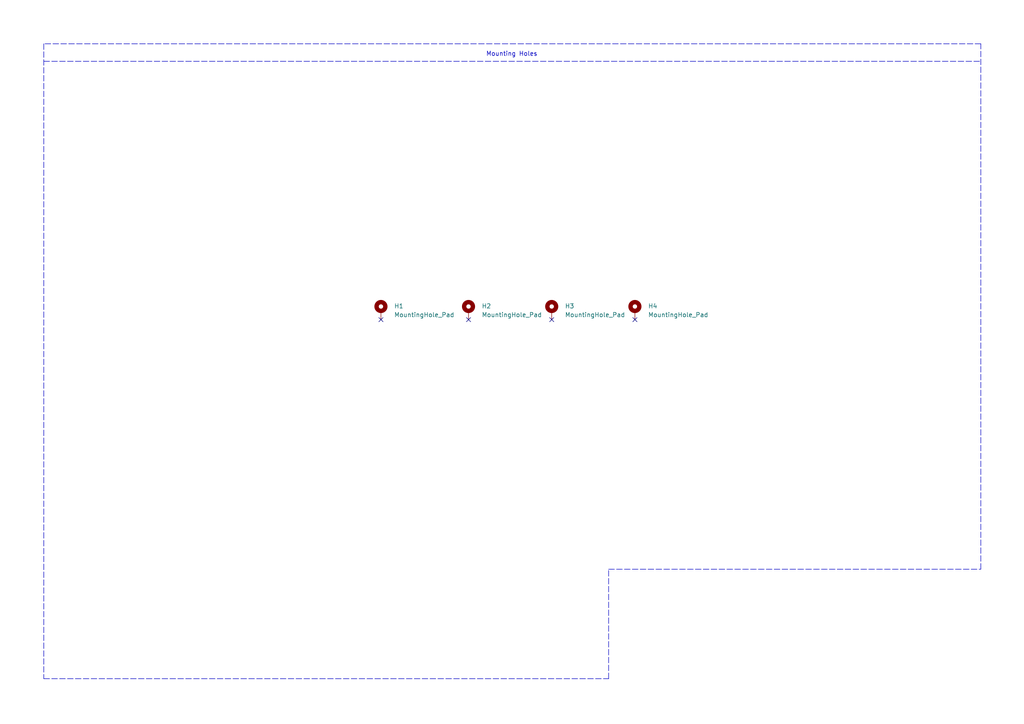
<source format=kicad_sch>
(kicad_sch (version 20210621) (generator eeschema)
  (paper "A4")
  (lib_symbols
    (symbol "Mechanical:MountingHole_Pad" (pin_numbers hide) (pin_names (offset 1.016) hide)
      (property "Reference" "H" (at 0 6.35 0))
      (property "Value" "MountingHole_Pad" (at 0 4.445 0))
      (symbol "MountingHole_Pad_0_1"
        (circle (center 0 1.27) (radius 1.27) (stroke (width 1.27)))
      )
      (symbol "MountingHole_Pad_1_1"
        (pin input line (at 0 -2.54 90) (length 2.54) (name "1") (number "1"))
      )
    )
  )
  (no_connect (at 110.49 92.71))
  (no_connect (at 135.89 92.71))
  (no_connect (at 160.02 92.71))
  (no_connect (at 184.15 92.71))
  (polyline (pts (xy 12.7 12.7) (xy 12.7 196.85)))
  (polyline (pts (xy 12.7 17.78) (xy 284.48 17.78)))
  (polyline (pts (xy 12.7 196.85) (xy 176.53 196.85)))
  (polyline (pts (xy 176.53 165.1) (xy 284.48 165.1)))
  (polyline (pts (xy 176.53 196.85) (xy 176.53 165.1)))
  (polyline (pts (xy 284.48 12.7) (xy 12.7 12.7)))
  (polyline (pts (xy 284.48 165.1) (xy 284.48 12.7)))
  (text "Mounting Holes" (at 140.97 16.51 0) (effects (font (size 1.27 1.27)) (justify left bottom)))
  (symbol (lib_id "Mechanical:MountingHole_Pad") (at 110.49 90.17 0) (unit 1)
    (property "Reference" "H1" (at 114.3 88.7729 0) (effects (justify left)))
    (property "Value" "MountingHole_Pad" (at 114.3 91.3129 0) (effects (justify left)))
    (property "Footprint" "MountingHole:MountingHole_5mm_Pad_Via" (effects hide))
  )
  (symbol (lib_id "Mechanical:MountingHole_Pad") (at 135.89 90.17 0) (unit 1)
    (property "Reference" "H2" (at 139.7 88.7729 0) (effects (justify left)))
    (property "Value" "MountingHole_Pad" (at 139.7 91.3129 0) (effects (justify left)))
    (property "Footprint" "MountingHole:MountingHole_5mm_Pad_Via" (effects hide))
  )
  (symbol (lib_id "Mechanical:MountingHole_Pad") (at 160.02 90.17 0) (unit 1)
    (property "Reference" "H3" (at 163.83 88.7729 0) (effects (justify left)))
    (property "Value" "MountingHole_Pad" (at 163.83 91.3129 0) (effects (justify left)))
    (property "Footprint" "MountingHole:MountingHole_5mm_Pad_Via" (effects hide))
  )
  (symbol (lib_id "Mechanical:MountingHole_Pad") (at 184.15 90.17 0) (unit 1)
    (property "Reference" "H4" (at 187.96 88.7729 0) (effects (justify left)))
    (property "Value" "MountingHole_Pad" (at 187.96 91.3129 0) (effects (justify left)))
    (property "Footprint" "MountingHole:MountingHole_5mm_Pad_Via" (effects hide))
  )
)
</source>
